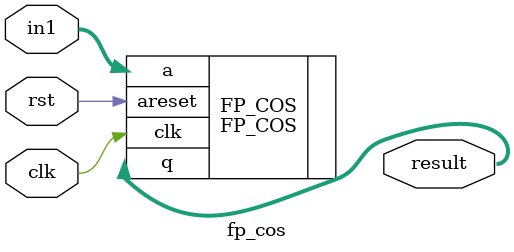
<source format=v>


module fp_cos
#(
	parameter DATA_WIDTH = 32
)
(
	input clk,
	input rst,
	input [DATA_WIDTH-1:0] in1,
	output [DATA_WIDTH-1:0] result
);

	FP_COS FP_COS
	(
		.clk(clk),
		.areset(rst),
		.a(in1),
		.q(result)
	);

endmodule

</source>
